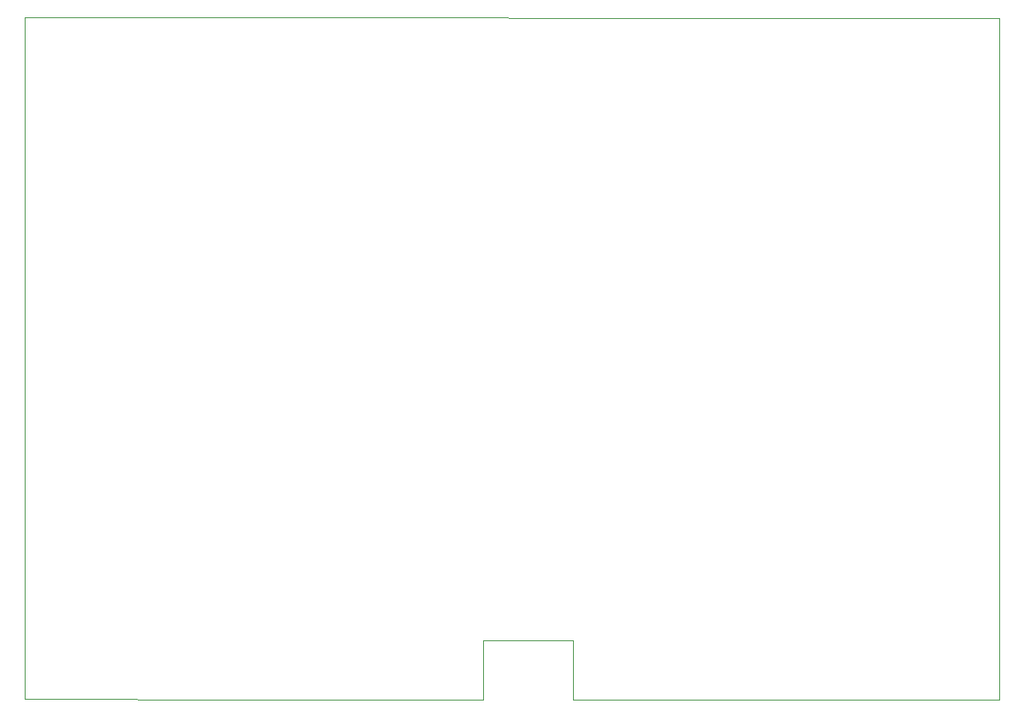
<source format=gbr>
%TF.GenerationSoftware,KiCad,Pcbnew,8.0.0*%
%TF.CreationDate,2024-03-30T18:18:10+01:00*%
%TF.ProjectId,MCU,4d43552e-6b69-4636-9164-5f7063625858,rev?*%
%TF.SameCoordinates,Original*%
%TF.FileFunction,Profile,NP*%
%FSLAX46Y46*%
G04 Gerber Fmt 4.6, Leading zero omitted, Abs format (unit mm)*
G04 Created by KiCad (PCBNEW 8.0.0) date 2024-03-30 18:18:10*
%MOMM*%
%LPD*%
G01*
G04 APERTURE LIST*
%TA.AperFunction,Profile*%
%ADD10C,0.050000*%
%TD*%
G04 APERTURE END LIST*
D10*
X74300000Y-124200000D02*
X98000000Y-124200000D01*
X111800000Y-124200000D02*
X107200000Y-124200000D01*
X50900000Y-54100000D02*
X151000000Y-54200000D01*
X140000000Y-124200000D02*
X111800000Y-124200000D01*
X151000000Y-54200000D02*
X151000000Y-124200000D01*
X107200000Y-118100000D02*
X107200000Y-124200000D01*
X74300000Y-124200000D02*
X50900000Y-124100000D01*
X98000000Y-124200000D02*
X98000000Y-118100000D01*
X50900000Y-124100000D02*
X50900000Y-54100000D01*
X140000000Y-124200000D02*
X151000000Y-124200000D01*
X98000000Y-118100000D02*
X107200000Y-118100000D01*
M02*

</source>
